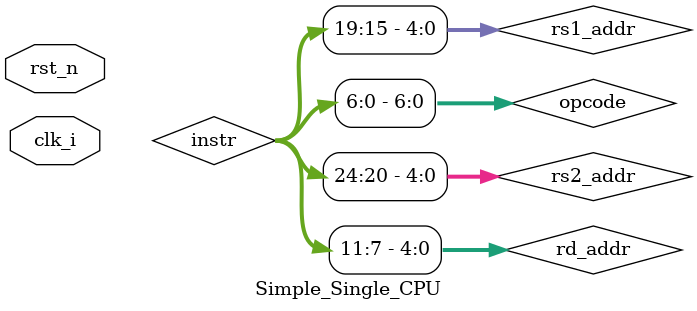
<source format=v>
module Simple_Single_CPU
(
    clk_i,
    rst_n
);
//*****************************************************************************
    ///////////////////////////////////////////////////////////////////////////
    // I/O Ports Declaration
    input         clk_i;         // System clock
    input         rst_n;         // All reset
    // Global variables Declaration
    // ProgramCounter
    wire [32-1:0] PC_next;       // PC address in
    wire [32-1:0] PC_pres;       // PC address out

    // Instr_Memory
    wire [32-1:0] instr;         // Instruction data

    // ImmGen
    wire [32-1:0] imm_out;       // Address with sign extend

    // Controller
    wire [   3:0] funct;
    wire [   6:0] opcode;        // Instruction opcode
    wire [ 2-1:0] ALUop;         // ALU opcode
    wire          RegWrite;      // Register Write
    wire          MemWrite;      // Memory Write
    wire [ 2-1:0] MemtoReg;      // Destination register write back data select
    wire          MemRead;       // Memory Read
    wire          ALUSrc;        // ALU source B select
    wire          Branch;        // Branch instruction
    wire          Jal;           // Jal instruction
    wire          Jalr;          // Jalr instruction

    // Reg_File
    wire [ 5-1:0] rs1_addr;      // Source register 1 index
    wire [ 5-1:0] rs2_addr;      // Source register 2 index
    wire [ 5-1:0] rd_addr;       // Destination register index
    wire [32-1:0] rs1_data;      // Source register 1 data
    wire [32-1:0] rs2_data;      // Source register 2 data
    wire [32-1:0] rd_data;       // Destination register data

    // ALU
    wire [32-1:0] ALUsrcA;       // ALU source A value
    wire [32-1:0] ALUsrcB;       // ALU source B value
    wire [32-1:0] ALUresult;     // ALU control signals
    wire [ 4-1:0] NZCV;          // NZCV flag, N: Negative, Z: Zero, C: Carry, V: Overflow

    // Adder
    wire [32-1:0] PC_plusfour;   // PC+4 value
    wire [32-1:0] PC_branch;     // Branch target address
    wire [32-1:0] PC_jump;       // Jump address

    // ALU_Ctrl
    wire [ 4-1:0] ALUctrl;       // 4 bits ALU control input

    // Data_Memory
    wire [32-1:0] mem_data_wr;   // Memory write data
    wire [32-1:0] mem_data_rd;   // Memory read data

    // MUX_2to1
    wire [32-1:0] PC_target;     // Target address with branch/jal
    wire          target_sel;    // Target address select
    ///////////////////////////////////////////////////////////////////////////
    // System conection
    // Program Counter
    ProgramCounter PC
    (
        .clk_i(clk_i),
        .rst_n(rst_n),
        .load_i(PC_next),        // Next PC value
        .count_o(PC_pres)        // Present PC value
    );

    // Instruction Memory
    Instr_Memory IM
    (
        .PC_addr_i(PC_pres),     // Present PC value
        .instr_o(instr)          // Instruction data
    );

    // Immediate Generator
    Imm_Gen ImmGen
    (
        .instr_data_i(instr),    // Instruction data
        .imm_data_o(imm_out)     // Immediate value
    );

    // Controller
    assign opcode = instr[6:0];
    Controller Control
    (
        .instr_op_i(opcode),     // Instruction opcode
        .ALUop_o(ALUop),         // ALU opcode
        .RegWrite_o(RegWrite),   // Register write
        .MemWrite_o(MemWrite),   // Memory write
        .MemtoReg_o(MemtoReg),   // Write back data select
        .MemRead_o(MemRead),     // Memory read
        .ALUSrc_o(ALUSrc),       // ALU source B select
        .Branch_o(Branch),       // Branch instruction
        .Jal_o(Jal),             // Jal instruction
        .Jalr_o(Jalr)            // Jalr instruction
    );

    // Register File
    assign rs1_addr = instr[19:15];
    assign rs2_addr = instr[24:20];
    assign rd_addr  = instr[11: 7];
    Reg_File RF
    (
        .clk_i(clk_i),
        .rst_n(rst_n),
        .RegWrite_i(RegWrite),   // Register write control signal
        .rs1_addr_i(rs1_addr),   // Source register 1 index
        .rs2_addr_i(rs2_addr),   // Source register 2 index
        .rd_addr_i(rd_addr),     // Destination register index
        .rd_data_i(rd_data),     // Destination register data
        .rs1_data_o(rs1_data),   // Source register 1 data
        .rs2_data_o(rs2_data)    // Source register 2 data
    );

    // ALU source B select
    MUX_2to1 MUX_ALUSrc
    (
        .data0_i(rs2_data),      // Source register 2 data
        .data1_i(imm_out),       // Immediate value
        .select_i(ALUSrc),       // ALU source B select
        .data_o(ALUsrcB)         // ALU source B data
    );

    // Arithmetic Logic Unit
    assign ALUsrcA = rs1_data;
    ALU ALU
    (
        .srcA_i(ALUsrcA),        // ALU source A value
        .srcB_i(ALUsrcB),        // ALU source B value
        .ALUctrl_i(ALUctrl),     // ALU control signals
        .ALUresult_o(ALUresult), // ALU operation result
        .NZCV_o(NZCV)            // NZCV flag, N: Negative, Z: Zero, C: Carry, V: Overflow
    );

    // ALU controller
    assign funct = {instr[30], instr[14:12]};
    ALU_Conrtoller ALU_Conrtoller
    (
        .funct_i(funct),         // function code
        .ALUop_i(ALUop),         // ALU opcode
        .ALUctrl_o(ALUctrl)      // ALU Control signals
    );

    // Adder for PC+4
    adder adder_PC_plusfour
    (
        .srcA_i(PC_pres),        // Present PC value
        .srcB_i(32'd4),
        .sum_o(PC_plusfour)      // PC+4 value
    );

    // Data Memory
    assign mem_data_wr = rs2_data;
    Data_Memory DM
    (
        .clk_i(clk_i),           // System clock
        .addr_i(ALUresult),      // Memory address value
        .data_wr_i(mem_data_wr), // Memory write data
        .MemRead_i(MemRead),     // Memory read control signal
        .MemWrite_i(MemWrite),   // Memory write control signal
        .data_rd_o(mem_data_rd)  // Memory read data
    );

    // Adder for branch target address
    adder adder_branch_addr
    (
        .srcA_i(PC_pres),        // Current PC value
        .srcB_i(imm_out),        // Immediate value
        .sum_o(PC_branch)        // Branch target address
    );

    // Write back source select
    MUX_4to1 MUX_Mem_Reg
    (
        .data0_i(ALUresult),     // ALU operation result
        .data1_i(mem_data_rd),   // Memort read data
        .data2_i(PC_plusfour),   // PC+4 value
        .data3_i(32'd0),         // None
        .select_i(MemtoReg),     // Write back data select
        .data_o(rd_data)         // Destination register write back data
    );

    // Target address with branch select
    assign target_sel = (Branch & NZCV[2]) | Jal;
    MUX_2to1 MUX_PC_Source
    (
        .data0_i(PC_plusfour),   // Current PC value
        .data1_i(PC_branch),     // Branch target address
        .select_i(target_sel),   // Branch condition
        .data_o(PC_target)       // Target address with branch/jal
    );

    // Adder for branch target address
    adder adder_jalr_addr
    (
        .srcA_i(rs1_data),        // Current PC value//rs1_d
        .srcB_i(imm_out),        // Immediate value
        .sum_o(PC_jump)          // Branch target address//jump address
    );

    // Next PC source select
    MUX_2to1 MUX_PC_Branch
    (
        .data0_i(PC_target),     // Target address with branch
        .data1_i(PC_jump),       // Jump address
        .select_i(Jalr),         // Jalr instruction
        .data_o(PC_next)         // Next PC value
    );
//*****************************************************************************
endmodule
</source>
